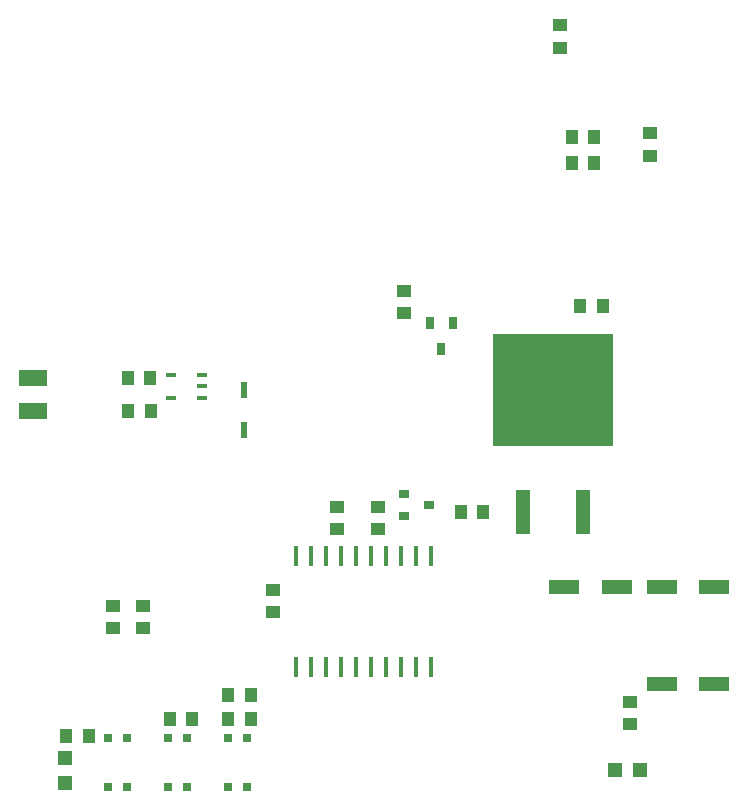
<source format=gtp>
G04 DipTrace Beta 2.9.0.1*
G04 TeensyArbotixProV3.gtp*
%MOIN*%
G04 #@! TF.FileFunction,Paste,Top*
G04 #@! TF.Part,Single*
%ADD37R,0.1X0.05*%
%ADD46R,0.047244X0.047244*%
%ADD53R,0.035433X0.031496*%
%ADD73R,0.01559X0.070708*%
%ADD77R,0.035275X0.01559*%
%ADD83R,0.401417X0.373858*%
%ADD85R,0.051023X0.14748*%
%ADD87R,0.025433X0.043149*%
%ADD97R,0.023464X0.05496*%
%ADD99R,0.031338X0.027401*%
%ADD103R,0.098267X0.05496*%
%ADD107R,0.043149X0.051023*%
%ADD113R,0.051023X0.043149*%
%FSLAX26Y26*%
G04*
G70*
G90*
G75*
G01*
G04 TopPaste*
%LPD*%
D113*
X1567297Y1159943D3*
Y1085139D3*
D107*
X2592866Y2106347D3*
X2667670D3*
D37*
X2538366Y1169016D3*
X2713366D3*
X2863366Y844016D3*
X3038366D3*
D113*
X2525866Y3041462D3*
Y2966659D3*
D103*
X766583Y1866687D3*
Y1756450D3*
D37*
X2863366Y1169016D3*
X3038366D3*
D99*
X1082362Y503307D3*
Y664725D3*
X1019370D3*
Y503307D3*
D97*
X1470969Y1691691D3*
Y1825549D3*
D46*
X875866Y599355D3*
Y516677D3*
X2709528Y559016D3*
X2792205D3*
D87*
X2166866Y2047016D3*
X2092063D3*
X2129465Y1960402D3*
D85*
X2400864Y1419666D3*
X2600866Y1419646D3*
D83*
X2500866Y1825197D3*
D53*
X2004537Y1479525D3*
Y1404722D3*
X2087214Y1442124D3*
D107*
X2638268Y2581462D3*
X2563465D3*
Y2669016D3*
X2638268D3*
X1159866Y1756016D3*
X1085063D3*
D113*
X2758866Y711614D3*
Y786418D3*
D107*
X2268268Y1419016D3*
X2193465D3*
D113*
X1135866Y1106418D3*
Y1031614D3*
X1035866Y1106418D3*
Y1031614D3*
X1780866Y1361614D3*
Y1436418D3*
X2005519Y2080689D3*
Y2155492D3*
X2825866Y2681418D3*
Y2606614D3*
X1916702Y1360712D3*
Y1435515D3*
D107*
X1418404Y808273D3*
X1493208D3*
X1224666Y728113D3*
X1299469D3*
X1418404Y728247D3*
X1493208D3*
X1083866Y1866065D3*
X1158670D3*
X878465Y671275D3*
X953268D3*
D99*
X1282362Y503307D3*
Y664725D3*
X1219370D3*
Y503307D3*
X1419370Y664725D3*
Y503307D3*
X1482362D3*
Y664725D3*
D77*
X1332866Y1800016D3*
Y1837418D3*
Y1874819D3*
X1226567D3*
Y1800016D3*
D73*
X1643202Y901332D3*
X1693202D3*
X1743202D3*
X1793202D3*
X1843202D3*
X1893202D3*
X1943202D3*
X1993202D3*
X2043202D3*
X2093202D3*
Y1271411D3*
X2043202D3*
X1993202D3*
X1943202D3*
X1893202D3*
X1843202D3*
X1793202D3*
X1743202D3*
X1693202D3*
X1643202D3*
M02*

</source>
